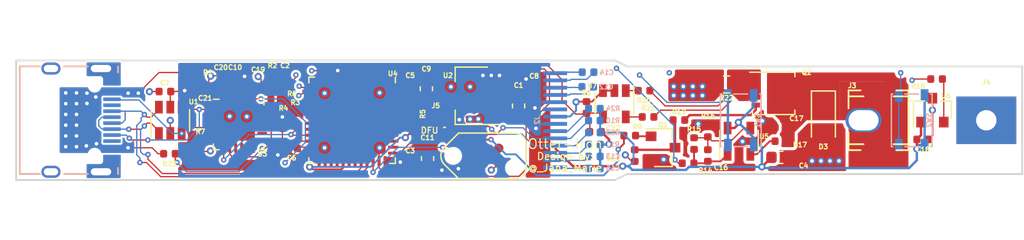
<source format=kicad_pcb>
(kicad_pcb (version 20211014) (generator pcbnew)
  (layers (0 "F.Cu" mixed) (1 "In1.Cu" power) (2 "In2.Cu" power) (31 "B.Cu" mixed) (34 "B.Paste" user) (35 "F.Paste" user) (36 "B.SilkS" user "B.Silkscreen") (37 "F.SilkS" user "F.Silkscreen") (38 "B.Mask" user) (39 "F.Mask" user) (44 "Edge.Cuts" user))
  (net 0 "")
  (net 1 "GND")
  (net 2 "OLED_SDA")
  (net 3 "VBUS")
  (net 4 "Net-(Q1-Pad3)")
  (net 5 "Net-(J2-Pad12)")
  (net 6 "OLED_SCL")
  (net 7 "Net-(Q1-Pad1)")
  (net 8 "INT_N")
  (net 9 "+3V3")
  (net 10 "SDA")
  (net 11 "SCL")
  (net 12 "CC2")
  (net 13 "CC1")
  (net 14 "/OUT")
  (net 15 "Net-(U4-Pad2)")
  (net 16 "Net-(U4-Pad3)")
  (net 17 "Net-(U4-Pad4)")
  (net 18 "Net-(U4-Pad5)")
  (net 19 "Net-(U4-Pad6)")
  (net 20 "nRST")
  (net 21 "Net-(U4-Pad18)")
  (net 22 "Net-(U4-Pad19)")
  (net 23 "Net-(U4-Pad20)")
  (net 24 "Net-(U4-Pad26)")
  (net 25 "Net-(U4-Pad27)")
  (net 26 "Net-(U4-Pad28)")
  (net 27 "Net-(U4-Pad30)")
  (net 28 "SWDIO")
  (net 29 "SWCLK")
  (net 30 "Net-(U4-Pad40)")
  (net 31 "Net-(U4-Pad41)")
  (net 32 "Net-(U4-Pad46)")
  (net 33 "Net-(C14-Pad2)")
  (net 34 "Net-(C14-Pad1)")
  (net 35 "Net-(C12-Pad1)")
  (net 36 "Net-(C12-Pad2)")
  (net 37 "Net-(J2-Pad6)")
  (net 38 "Net-(J2-Pad9)")
  (net 39 "Net-(C13-Pad1)")
  (net 40 "Net-(C15-Pad1)")
  (net 41 "Net-(R17-Pad2)")
  (net 42 "Net-(C16-Pad1)")
  (net 43 "Net-(C16-Pad2)")
  (net 44 "UIN")
  (net 45 "PWM")
  (net 46 "TTIP")
  (net 47 "TREF")
  (net 48 "Net-(R18-Pad2)")
  (net 49 "Net-(U4-Pad17)")
  (net 50 "Net-(Q2-Pad4)")
  (net 51 "Net-(SW2-Pad2)")
  (net 52 "Net-(U4-Pad38)")
  (net 53 "Net-(P1-Pad6)")
  (net 54 "USB_P")
  (net 55 "USB_N")
  (net 56 "Net-(J1-PadA8)")
  (net 57 "Net-(J1-PadB8)")
  (net 58 "Net-(U4-Pad31)")
  (net 59 "Net-(U4-Pad16)")
  (net 60 "Net-(C19-Pad2)")
  (net 61 "Net-(C20-Pad1)")
  (net 62 "Net-(R7-Pad2)")
  (net 63 "Net-(U3-Pad20)")
  (net 64 "Net-(U3-Pad17)")
  (net 65 "Net-(U3-Pad16)")
  (net 66 "Net-(U3-Pad15)")
  (net 67 "Net-(U3-Pad14)")
  (net 68 "Net-(U3-Pad11)")
  (net 69 "Net-(U3-Pad9)")
  (net 70 "Net-(U3-Pad3)")
  (net 71 "Net-(Q2-Pad1)")
  (net 72 "IIN")
  (net 73 "Net-(R20-Pad2)")
  (net 74 "Net-(R21-Pad1)")
  (net 75 "Net-(R23-Pad1)")
  (net 76 "Net-(U4-Pad45)")
  (net 77 "Net-(U4-Pad39)")
  (net 78 "Net-(J5-Pad1)")
  (net 79 "Net-(SW1-Pad2)")
  (footprint "Resistor_SMD:R_0402_1005Metric" (layer "F.Cu") (at 101.4 81.575 -90)
    (fp_text reference "R2")
    (fp_text value "100k")
  )
  (footprint "Resistor_SMD:R_0402_1005Metric" (layer "F.Cu") (at 131.65 87.955 90)
    (fp_text reference "R12")
    (fp_text value "2k37")
  )
  (footprint "Resistor_SMD:R_0402_1005Metric" (layer "F.Cu") (at 131.23 86.28)
    (fp_text reference "R9")
    (fp_text value "2k37")
  )
  (footprint "Resistor_SMD:R_0402_1005Metric" (layer "F.Cu") (at 101.755 83.21)
    (fp_text reference "R6")
    (fp_text value "2k37")
  )
  (footprint "Resistor_SMD:R_0402_1005Metric" (layer "F.Cu") (at 113.2 84.45 -90)
    (fp_text reference "R5")
    (fp_text value "2k37")
  )
  (footprint "Resistor_SMD:R_0402_1005Metric" (layer "F.Cu") (at 102.23 85.205 90)
    (fp_text reference "R4")
    (fp_text value "2k37")
  )
  (footprint "Resistor_SMD:R_0402_1005Metric" (layer "F.Cu") (at 94.65 81)
    (fp_text reference "R1")
    (fp_text value "560k")
  )
  (footprint "Resistor_SMD:R_0402_1005Metric" (layer "F.Cu") (at 103.31 84.71 90)
    (fp_text reference "R3")
    (fp_text value "2k37")
  )
  (footprint "Package_TO_SOT_SMD:SOT-89-3" (layer "F.Cu") (at 118.4335 82.95 180)
    (fp_text reference "U2")
    (fp_text value "AP2204R-3.3")
  )
  (footprint "Package_TO_SOT_SMD:SOT-23-6" (layer "F.Cu") (at 92.87 85 90)
    (fp_text reference "U1")
    (fp_text value "USBLC6-4SC6")
  )
  (footprint "Package_TO_SOT_SMD:SOT-23" (layer "F.Cu") (at 134.01 87.29)
    (fp_text reference "Q1")
    (fp_text value "SS8050")
  )
  (footprint "Package_DFN_QFN:QFN-48-1EP_7x7mm_P0.5mm_EP5.6x5.6mm" (layer "F.Cu") (at 108.05 85 -90)
    (fp_text reference "U4")
    (fp_text value "STM32F072CBUx")
  )
  (footprint "Diode_SMD:D_SOD-123F" (layer "F.Cu") (at 147.4 84.75 -90)
    (fp_text reference "D3")
    (fp_text value "B140-E3")
  )
  (footprint "Capacitor_SMD:C_0603_1608Metric" (layer "F.Cu") (at 121.95 83.8 90)
    (fp_text reference "C1")
    (fp_text value "1μF 25V")
  )
  (footprint "Capacitor_SMD:C_0603_1608Metric" (layer "F.Cu") (at 143.85 88.1)
    (fp_text reference "C4")
    (fp_text value "1μF 25V")
  )
  (footprint "Capacitor_SMD:C_0603_1608Metric" (layer "F.Cu") (at 114.35 88.2 -90)
    (fp_text reference "C11")
    (fp_text value "1μF 25V")
  )
  (footprint "Capacitor_SMD:C_0603_1608Metric" (layer "F.Cu") (at 114.25 82.3625 -90)
    (fp_text reference "C9")
    (fp_text value "1μF 25V")
  )
  (footprint "Capacitor_SMD:C_0402_1005Metric" (layer "F.Cu") (at 112.9 88.75 -90)
    (fp_text reference "C3")
    (fp_text value "0.1μF")
  )
  (footprint "Capacitor_SMD:C_0402_1005Metric" (layer "F.Cu") (at 98.14 81.755 90)
    (fp_text reference "C10")
    (fp_text value "0.1μF")
  )
  (footprint "Capacitor_SMD:C_0402_1005Metric" (layer "F.Cu") (at 123.25 82.55 -90)
    (fp_text reference "C8")
    (fp_text value "0.1μF")
  )
  (footprint "Capacitor_SMD:C_0402_1005Metric" (layer "F.Cu") (at 92.42 82.595 180)
    (fp_text reference "C7")
    (fp_text value "0.1μF")
  )
  (footprint "Capacitor_SMD:C_0402_1005Metric" (layer "F.Cu") (at 112.9 82.45 -90)
    (fp_text reference "C5")
    (fp_text value "0.1μF")
  )
  (footprint "Capacitor_SMD:C_0402_1005Metric" (layer "F.Cu") (at 102.45 81.575 -90)
    (fp_text reference "C2")
    (fp_text value "0.1μF")
  )
  (footprint "Tag-Connect:TC2030-NL_SMALL" (layer "F.Cu") (at 119.025 87.975)
    (fp_text reference "P1" hide)
    (fp_text value "TC2030-CTX" hide)
  )
  (footprint "Resistor_SMD:R_0402_1005Metric" (layer "F.Cu") (at 115.035 84.95)
    (fp_text reference "J5")
    (fp_text value "DNP")
  )
  (footprint "Capacitor_SMD:C_0402_1005Metric" (layer "F.Cu") (at 103 87.35)
    (fp_text reference "C6")
    (fp_text value "0.1μF")
  )
  (footprint "otter:Keystone_3621" (layer "F.Cu") (at 152 85)
    (fp_text reference "J3")
    (fp_text value "A")
  )
  (footprint "otter:3622TR" (layer "F.Cu") (at 161 85)
    (fp_text reference "J4")
    (fp_text value "B")
  )
  (footprint "Resistor_SMD:R_0402_1005Metric" (layer "F.Cu") (at 143.85 86.75 180)
    (fp_text reference "R17")
    (fp_text value "100k")
  )
  (footprint "Resistor_SMD:R_0402_1005Metric" (layer "F.Cu") (at 137.75 85.9 -90)
    (fp_text reference "R16")
    (fp_text value "2k37")
  )
  (footprint "Resistor_SMD:R_0402_1005Metric" (layer "F.Cu") (at 136.6 86.95 -90)
    (fp_text reference "R15")
    (fp_text value "750k")
  )
  (footprint "Resistor_SMD:R_0402_1005Metric" (layer "F.Cu") (at 136.1 88.6 180)
    (fp_text reference "R14")
    (fp_text value "2k37")
  )
  (footprint "Package_TO_SOT_SMD:SOT-23-5" (layer "F.Cu") (at 140.35 86.75 90)
    (fp_text reference "U5")
    (fp_text value "OPA340NA")
  )
  (footprint "Capacitor_SMD:C_0402_1005Metric" (layer "F.Cu") (at 143.85 85.6)
    (fp_text reference "C17")
    (fp_text value "DNP")
  )
  (footprint "Capacitor_SMD:C_0402_1005Metric" (layer "F.Cu") (at 137.75 87.95 -90)
    (fp_text reference "C16")
    (fp_text value "18p")
  )
  (footprint "Capacitor_SMD:C_0402_1005Metric" (layer "F.Cu") (at 155.685 86.6)
    (fp_text reference "C18")
    (fp_text value "0.1μF")
  )
  (footprint "Resistor_SMD:R_0402_1005Metric" (layer "F.Cu") (at 156.85 81.55)
    (fp_text reference "R18")
    (fp_text value "2k37")
  )
  (footprint "Package_TO_SOT_SMD:SOT-23" (layer "F.Cu") (at 156.5 84.15 90)
    (fp_text reference "U6")
    (fp_text value "MCP9700AT-ETT")
  )
  (footprint "Resistor_SMD:R_0402_1005Metric" (layer "F.Cu") (at 135.335 84.98)
    (fp_text reference "R19")
    (fp_text value "20")
  )
  (footprint "otter:Diodes_PowerDI3333-8" (layer "F.Cu") (at 143.25 82.75)
    (fp_text reference "Q2")
    (fp_text value "DMP3017SFG")
  )
  (footprint "Capacitor_SMD:C_0402_1005Metric" (layer "F.Cu") (at 97.15 81.755 90)
    (fp_text reference "C20")
    (fp_text value "1μF 25V")
  )
  (footprint "Capacitor_SMD:C_0402_1005Metric" (layer "F.Cu") (at 95.605 82.38 180)
    (fp_text reference "C21")
    (fp_text value "0.1μF")
  )
  (footprint "Resistor_SMD:R_0402_1005Metric" (layer "F.Cu") (at 95.4 87.125 90)
    (fp_text reference "R7")
    (fp_text value "2k37")
  )
  (footprint "Package_DFN_QFN:QFN-24-1EP_4x4mm_P0.5mm_EP2.7x2.7mm" (layer "F.Cu") (at 98.58 85.35)
    (fp_text reference "U3")
    (fp_text value "STUSB4500QTR")
  )
  (footprint "Capacitor_SMD:C_0402_1005Metric" (layer "F.Cu") (at 99.965 82.24 180)
    (fp_text reference "C19")
    (fp_text value "1μF 25V")
  )
  (footprint "Capacitor_SMD:C_0402_1005Metric" (layer "F.Cu") (at 128.37 85.96)
    (fp_text reference "C22")
    (fp_text value "0.1μF")
  )
  (footprint "Resistor_SMD:R_0402_1005Metric" (layer "F.Cu") (at 127.62 83.925 90)
    (fp_text reference "R8")
    (fp_text value "2k37")
  )
  (footprint "Resistor_SMD:R_0402_1005Metric" (layer "F.Cu") (at 132.425 82.52 180)
    (fp_text reference "R20")
    (fp_text value "33")
  )
  (footprint "Resistor_SMD:R_0402_1005Metric" (layer "F.Cu") (at 132.76 84.72)
    (fp_text reference "R21")
    (fp_text value "33")
  )
  (footprint "Resistor_SMD:R_0805_2012Metric" (layer "F.Cu") (at 139.3225 82)
    (fp_text reference "R22")
    (fp_text value "10m")
  )
  (footprint "Package_TO_SOT_SMD:SOT-23-5" (layer "F.Cu") (at 129.95 83.62 -90)
    (fp_text reference "U7")
    (fp_text value "SI8540")
  )
  (footprint "Resistor_SMD:R_0402_1005Metric" (layer "F.Cu") (at 92.8 87.8 180)
    (fp_text reference "R23")
    (fp_text value "2k37")
  )
  (footprint "Resistor_SMD:R_0402_1005Metric" (layer "B.Cu") (at 128.275 86.025)
    (fp_text reference "R13")
    (fp_text value "2k37")
  )
  (footprint "Resistor_SMD:R_0402_1005Metric" (layer "B.Cu") (at 128.275 87.025)
    (fp_text reference "R11")
    (fp_text value "560k")
  )
  (footprint "Resistor_SMD:R_0402_1005Metric" (layer "B.Cu") (at 128.275 85.025)
    (fp_text reference "R10")
    (fp_text value "2k37")
  )
  (footprint "Capacitor_SMD:C_0402_1005Metric" (layer "B.Cu") (at 128.275 89.025)
    (fp_text reference "C15")
    (fp_text value "1μF 25V")
  )
  (footprint "Capacitor_SMD:C_0402_1005Metric" (layer "B.Cu") (at 127.75 80.975 180)
    (fp_text reference "C14")
    (fp_text value "1μF 25V")
  )
  (footprint "Capacitor_SMD:C_0402_1005Metric" (layer "B.Cu") (at 127.725 82.2)
    (fp_text reference "C12")
    (fp_text value "1μF 25V")
  )
  (footprint "Button_Switch_SMD:SW_SPST_PTS810" (layer "B.Cu") (at 140.5 85 90)
    (fp_text reference "SW1")
    (fp_text value "key1")
  )
  (footprint "Button_Switch_SMD:SW_SPST_PTS810" (layer "B.Cu") (at 154.775 85 90)
    (fp_text reference "SW2")
    (fp_text value "key2")
  )
  (footprint "otter:0.69OLED" (layer "B.Cu") (at 125 85 -90)
    (fp_text reference "J2")
    (fp_text value "OLED_64x32")
  )
  (footprint "Capacitor_SMD:C_0402_1005Metric" (layer "B.Cu") (at 128.275 88.025)
    (fp_text reference "C13")
    (fp_text value "1μF 25V")
  )
  (footprint "otter:USB-C 16Pin" (layer "B.Cu") (at 88 84.99 90)
    (fp_text reference "J1" hide)
    (fp_text value "USB_C_Receptacle_USB2.0")
  )
  (footprint "Resistor_SMD:R_0402_1005Metric" (layer "B.Cu") (at 128.275 84.025)
    (fp_text reference "R24")
    (fp_text value "2k37")
  )
  (gr_line (start 130 80) (end 131 80.5) (layer "Edge.Cuts") (width 0.15))
  (gr_line (start 131 80.5) (end 164 80.5) (layer "Edge.Cuts") (width 0.15))
  (gr_line (start 80 80) (end 80 90) (layer "Edge.Cuts") (width 0.15))
  (gr_line (start 164 80.5) (end 164 89.5) (layer "Edge.Cuts") (width 0.15))
  (gr_line (start 130 90) (end 80 90) (layer "Edge.Cuts") (width 0.15))
  (gr_line (start 130 90) (end 131 89.5) (layer "Edge.Cuts") (width 0.15))
  (gr_line (start 131 89.5) (end 164 89.5) (layer "Edge.Cuts") (width 0.15))
  (gr_line (start 80 80) (end 130 80) (layer "Edge.Cuts") (width 0.15))
  (gr_text "Otter-Iron" (at 125.84 86.99) (layer "F.SilkS") (effects (font (size 0.8 0.8) (thickness 0.1))))
  (gr_text "Design by:\n@_Jana_Marie" (at 125.84 88.5) (layer "F.SilkS") (effects (font (size 0.6 0.6) (thickness 0.1))))
  (gr_text "DFU ^" (at 114.85 85.85) (layer "F.SilkS") (effects (font (size 0.5 0.5) (thickness 0.1))))
  (segment (start 127.62 83.44) (end 128.08 83.44) (width 0.154) (layer "F.Cu") (net 1))
  (segment (start 115.98 82.95) (end 117.1 82.95) (width 0.106) (layer "F.Cu") (net 1))
  (segment (start 107.3 81.5625) (end 107.3 84.25) (width 0.106) (layer "F.Cu") (net 1))
  (segment (start 114.1025 89.235) (end 114.35 88.9875) (width 0.106) (layer "F.Cu") (net 1))
  (segment (start 100.45 82.24) (end 100.45 81.58) (width 0.106) (layer "F.Cu") (net 1))
  (segment (start 156.504168 83.95) (end 156.504168 83.154168) (width 0.154) (layer "F.Cu") (net 1))
  (segment (start 156.17 86.6) (end 156.504168 86.265832) (width 0.154) (layer "F.Cu") (net 1))
  (segment (start 121.9875 83.05) (end 121.95 83.0125) (width 0.106) (layer "F.Cu") (net 1))
  (segment (start 115.8 83.13) (end 115.98 82.95) (width 0.106) (layer "F.Cu") (net 1))
  (segment (start 128.08 83.44) (end 129 82.52) (width 0.154) (layer "F.Cu") (net 1))
  (segment (start 96.09 82.38) (end 96.09 81.46) (width 0.106) (layer "F.Cu") (net 1))
  (segment (start 103.485 87.35) (end 103.585 87.25) (width 0.106) (layer "F.Cu") (net 1))
  (segment (start 110.3 87.25) (end 108.05 85) (width 0.106) (layer "F.Cu") (net 1))
  (segment (start 104.6125 87.25) (end 105.8 87.25) (width 0.106) (layer "F.Cu") (net 1))
  (segment (start 156.504168 83.95) (end 156.504168 84.15) (width 0.154) (layer "F.Cu") (net 1))
  (segment (start 156.504168 86.265832) (end 156.504168 84.15) (width 0.154) (layer "F.Cu") (net 1))
  (segment (start 110.3 82.75) (end 111.4875 82.75) (width 0.106) (layer "F.Cu") (net 1))
  (segment (start 98.14 81.27) (end 97.15 81.27) (width 0.106) (layer "F.Cu") (net 1))
  (segment (start 134.02 88.24) (end 134.06 88.28) (width 0.106) (layer "F.Cu") (net 1))
  (segment (start 87.085 89.31) (end 87.085 89.105) (width 0.106) (layer "F.Cu") (net 1))
  (segment (start 129.5 87) (end 129.5 86.605) (width 0.2) (layer "F.Cu") (net 1))
  (segment (start 112.9 89.235) (end 114.1025 89.235) (width 0.106) (layer "F.Cu") (net 1))
  (segment (start 96.28 81.27) (end 96.24 81.31) (width 0.106) (layer "F.Cu") (net 1))
  (segment (start 113.2 83.235) (end 112.9 82.935) (width 0.106) (layer "F.Cu") (net 1))
  (segment (start 110.3 88.975) (end 110.56 89.235) (width 0.106) (layer "F.Cu") (net 1))
  (segment (start 105.8 87.25) (end 108.05 85) (width 0.106) (layer "F.Cu") (net 1))
  (segment (start 100.5425 86.6) (end 99.83 86.6) (width 0.106) (layer "F.Cu") (net 1))
  (segment (start 156.504168 83.154168) (end 156.5 83.15) (width 0.154) (layer "F.Cu") (net 1))
  (segment (start 110.3 88.4375) (end 110.3 87.25) (width 0.106) (layer "F.Cu") (net 1))
  (segment (start 100.45 81.58) (end 100.21 81.34) (width 0.106) (layer "F.Cu") (net 1))
  (segment (start 97.15 81.27) (end 96.28 81.27) (width 0.106) (layer "F.Cu") (net 1))
  (segment (start 99.83 86.6) (end 98.58 85.35) (width 0.106) (layer "F.Cu") (net 1))
  (segment (start 100.45 82.24) (end 101.22 82.24) (width 0.106) (layer "F.Cu") (net 1))
  (segment (start 98.83 85.6) (end 98.58 85.35) (width 0.106) (layer "F.Cu") (net 1))
  (segment (start 108.05 85) (end 110.3 82.75) (width 0.106) (layer "F.Cu") (net 1))
  (segment (start 91.935 82.595) (end 91.13849 82.595) (width 0.106) (layer "F.Cu") (net 1))
  (segment (start 91.13849 82.595) (end 91.129245 82.604245) (width 0.106) (layer "F.Cu") (net 1))
  (segment (start 133.01 88.24) (end 134.02 88.24) (width 0.106) (layer "F.Cu") (net 1))
  (segment (start 92.87 86.1) (end 92.87 85.01) (width 0.106) (layer "F.Cu") (net 1))
  (segment (start 113.2 83.965) (end 113.2 83.235) (width 0.106) (layer "F.Cu") (net 1))
  (segment (start 129.5 86.605) (end 128.855 85.96) (width 0.2) (layer "F.Cu") (net 1))
  (segment (start 95.4 87.61) (end 96.17 87.61) (width 0.106) (layer "F.Cu") (net 1))
  (segment (start 99.83 87.3125) (end 99.83 86.6) (width 0.106) (layer "F.Cu") (net 1))
  (segment (start 107.3 84.25) (end 108.05 85) (width 0.106) (layer "F.Cu") (net 1))
  (segment (start 126.780002 83.44) (end 126.75 83.470002) (width 0.154) (layer "F.Cu") (net 1))
  (segment (start 96.09 81.46) (end 96.24 81.31) (width 0.106) (layer "F.Cu") (net 1))
  (segment (start 119.745991 89.159009) (end 119.669245 89.159009) (width 0.106) (layer "F.Cu") (net 1))
  (segment (start 110.56 89.235) (end 112.48 89.235) (width 0.106) (layer "F.Cu") (net 1))
  (segment (start 96.17 87.61) (end 96.22 87.56) (width 0.106) (layer "F.Cu") (net 1))
  (segment (start 112.48 89.235) (end 112.9 89.235) (width 0.106) (layer "F.Cu") (net 1))
  (segment (start 103.585 87.25) (end 104.6125 87.25) (width 0.106) (layer "F.Cu") (net 1))
  (segment (start 129.95 82.52) (end 129 82.52) (width 0.154) (layer "F.Cu") (net 1))
  (segment (start 110.3 88.4375) (end 110.3 88.975) (width 0.106) (layer "F.Cu") (net 1))
  (segment (start 120.295 88.61) (end 119.745991 89.159009) (width 0.106) (layer "F.Cu") (net 1))
  (segment (start 98.83 87.3125) (end 98.83 85.6) (width 0.106) (layer "F.Cu") (net 1))
  (segment (start 102.45 82.06) (end 101.4 82.06) (width 0.106) (layer "F.Cu") (net 1))
  (segment (start 127.62 83.44) (end 126.780002 83.44) (width 0.154) (layer "F.Cu") (net 1))
  (segment (start 123.3 83.05) (end 121.9875 83.05) (width 0.106) (layer "F.Cu") (net 1))
  (segment (start 101.22 82.24) (end 101.4 82.06) (width 0.106) (layer "F.Cu") (net 1))
  (via (at 147.95 88.4) (size 0.6) (drill 0.3) (layers "F.Cu" "B.Cu") (net 1))
  (via (at 110.35 82.7) (size 0.6) (drill 0.3) (layers "F.Cu" "B.Cu") (net 1))
  (via (at 129.5 87) (size 0.6) (drill 0.3) (layers "F.Cu" "B.Cu") (net 1))
  (via (at 140.65 86.775) (size 0.6) (drill 0.3) (layers "F.Cu" "B.Cu") (net 1))
  (via (at 96.24 81.31) (size 0.6) (drill 0.3) (layers "F.Cu" "B.Cu") (net 1))
  (via (at 92.87 85.01) (size 0.6) (drill 0.3) (layers "F.Cu" "B.Cu") (net 1))
  (via (at 110.35 87.3) (size 0.6) (drill 0.3) (layers "F.Cu" "B.Cu") (net 1))
  (via (at 119.669245 89.159009) (size 0.6) (drill 0.3) (layers "F.Cu" "B.Cu") (net 1))
  (via (at 147.2 88.4) (size 0.6) (drill 0.3) (layers "F.Cu" "B.Cu") (net 1))
  (via (at 117.9 82.2) (size 0.6) (drill 0.3) (layers "F.Cu" "B.Cu") (net 1))
  (via (at 134.06 88.28) (size 0.6) (drill 0.3) (layers "F.Cu" "B.Cu") (net 1))
  (via (at 96.22 87.56) (size 0.6) (drill 0.3) (layers "F.Cu" "B.Cu") (net 1))
  (via (at 105.75 87.3) (size 0.6) (drill 0.3) (layers "F.Cu" "B.Cu") (net 1))
  (via (at 136.95 85.3) (size 0.6) (drill 0.3) (layers "F.Cu" "B.Cu") (net 1))
  (via (at 142.3 85.05) (size 0.6) (drill 0.3) (layers "F.Cu" "B.Cu") (net 1))
  (via (at 116.3 82.2) (size 0.6) (drill 0.3) (layers "F.Cu" "B.Cu") (net 1))
  (via (at 99.26 84.69) (size 0.6) (drill 0.3) (layers "F.Cu" "B.Cu") (net 1))
  (via (at 105.755086 82.73101) (size 0.6) (drill 0.3) (layers "F.Cu" "B.Cu") (net 1))
  (via (at 97.83 84.67) (size 0.6) (drill 0.3) (layers "F.Cu" "B.Cu") (net 1))
  (via (at 91.129245 82.604245) (size 0.6) (drill 0.3) (layers "F.Cu" "B.Cu") (net 1))
  (via (at 148.7 88.4) (size 0.6) (drill 0.3) (layers "F.Cu" "B.Cu") (net 1))
  (via (at 100.21 81.34) (size 0.6) (drill 0.3) (layers "F.Cu" "B.Cu") (net 1))
  (via (at 156.504168 84.15) (size 0.6) (drill 0.3) (layers "F.Cu" "B.Cu") (net 1))
  (via (at 126.75 83.470002) (size 0.6) (drill 0.3) (layers "F.Cu" "B.Cu") (net 1))
  (via (at 146.45 88.4) (size 0.6) (drill 0.3) (layers "F.Cu" "B.Cu") (net 1))
  (segment (start 129.475 87.025) (end 129.5 87) (width 0.2) (layer "B.Cu") (net 1))
  (segment (start 128.76 87.025) (end 129.475 87.025) (width 0.2) (layer "B.Cu") (net 1))
  (segment (start 126.75 84.18) (end 126.75 83.964976) (width 0.154) (layer "B.Cu") (net 1))
  (segment (start 125 84.68) (end 126.25 84.68) (width 0.154) (layer "B.Cu") (net 1))
  (segment (start 128.76 89.025) (end 128.76 87.025) (width 0.2) (layer "B.Cu") (net 1))
  (segment (start 126.75 83.964976) (end 126.75 83.470002) (width 0.154) (layer "B.Cu") (net 1))
  (segment (start 126.25 84.68) (end 126.75 84.18) (width 0.154) (layer "B.Cu") (net 1))
  (segment (start 111.4875 84.75) (end 112.025 84.75) (width 0.106) (layer "F.Cu") (net 2))
  (segment (start 119.475001 85.525001) (end 119.7 85.75) (width 0.106) (layer "F.Cu") (net 2))
  (segment (start 112.8 85.525) (end 119.475001 85.525001) (width 0.106) (layer "F.Cu") (net 2))
  (segment (start 112.025 84.75) (end 112.8 85.525) (width 0.106) (layer "F.Cu") (net 2))
  (via (at 119.7 85.75) (size 0.45) (drill 0.2) (layers "F.Cu" "B.Cu") (net 2))
  (segment (start 119.7 85.75) (end 120.106001 86.156001) (width 0.106) (layer "B.Cu") (net 2))
  (segment (start 123.2 87.125) (end 126.69 87.125) (width 0.106) (layer "B.Cu") (net 2))
  (segment (start 120.106001 86.156001) (end 122.231001 86.156001) (width 0.106) (layer "B.Cu") (net 2))
  (segment (start 126.69 87.125) (end 127.79 86.025) (width 0.106) (layer "B.Cu") (net 2))
  (segment (start 122.231001 86.156001) (end 123.2 87.125) (width 0.106) (layer "B.Cu") (net 2))
  (segment (start 138.59 83.8) (end 134.19 83.8) (width 0.106) (layer "F.Cu") (net 3))
  (segment (start 139.01 83.38) (end 138.59 83.8) (width 0.106) (layer "F.Cu") (net 3))
  (segment (start 91.93344 81) (end 90.500344 82.433096) (width 0.106) (layer "F.Cu") (net 3))
  (segment (start 97.33 83.3875) (end 96.1275 83.3875) (width 0.106) (layer "F.Cu") (net 3))
  (segment (start 96.1275 83.3875) (end 95.12 82.38) (width 0.106) (layer "F.Cu") (net 3))
  (segment (start 94.165 81) (end 91.93344 81) (width 0.106) (layer "F.Cu") (net 3))
  (segment (start 94.165 81.425) (end 95.12 82.38) (width 0.106) (layer "F.Cu") (net 3))
  (segment (start 139.01 82.625) (end 139.01 83.38) (width 0.106) (layer "F.Cu") (net 3))
  (segment (start 131.65 88.44) (end 131.4 88.44) (width 0.106) (layer "F.Cu") (net 3))
  (segment (start 131.4 88.44) (end 130.86 87.9) (width 0.106) (layer "F.Cu") (net 3))
  (segment (start 92.315 87.8) (end 91.85 87.8) (width 0.106) (layer "F.Cu") (net 3))
  (segment (start 135.805 83.035979) (end 135.7 82.930979) (width 0.106) (layer "F.Cu") (net 3))
  (segment (start 94.165 81) (end 94.165 81.425) (width 0.106) (layer "F.Cu") (net 3))
  (segment (start 91.35 87.3) (end 89.34 87.3) (width 0.106) (layer "F.Cu") (net 3))
  (segment (start 91.85 87.8) (end 91.35 87.3) (width 0.106) (layer "F.Cu") (net 3))
  (segment (start 90.500344 82.433096) (end 90.200345 82.733095) (width 0.106) (layer "F.Cu") (net 3))
  (segment (start 134.19 83.8) (end 132.91 82.52) (width 0.106) (layer "F.Cu") (net 3))
  (segment (start 138.385 82) (end 139.01 82.625) (width 0.106) (layer "F.Cu") (net 3))
  (via (at 85.04 82.71) (size 0.6) (drill 0.3) (layers "F.Cu" "B.Cu") (net 3))
  (via (at 84.14 83.61) (size 0.6) (drill 0.3) (layers "F.Cu" "B.Cu") (net 3))
  (via (at 85.04 83.61) (size 0.6) (drill 0.3) (layers "F.Cu" "B.Cu") (net 3))
  (via (at 84.14 84.51) (size 0.6) (drill 0.3) (layers "F.Cu" "B.Cu") (net 3))
  (via (at 85.04 84.51) (size 0.6) (drill 0.3) (layers "F.Cu" "B.Cu") (net 3))
  (via (at 84.14 85.41) (size 0.6) (drill 0.3) (layers "F.Cu" "B.Cu") (net 3))
  (via (at 85.04 85.41) (size 0.6) (drill 0.3) (layers "F.Cu" "B.Cu") (net 3))
  (via (at 84.14 86.31) (size 0.6) (drill 0.3) (layers "F.Cu" "B.Cu") (net 3))
  (via (at 85.04 86.31) (size 0.6) (drill 0.3) (layers "F.Cu" "B.Cu") (net 3))
  (via (at 84.14 87.21) (size 0.6) (drill 0.3) (layers "F.Cu" "B.Cu") (net 3))
  (via (at 85.04 87.21) (size 0.6) (drill 0.3) (layers "F.Cu" "B.Cu") (net 3))
  (via (at 117.9 84.9) (size 0.6) (drill 0.3) (layers "F.Cu" "B.Cu") (net 3))
  (via (at 84.14 82.71) (size 0.6) (drill 0.3) (layers "F.Cu" "B.Cu") (net 3))
  (via (at 137.3 82.930979) (size 0.6) (drill 0.3) (layers "F.Cu" "B.Cu") (net 3))
  (via (at 134.9 82.930979) (size 0.6) (drill 0.3) (layers "F.Cu" "B.Cu") (net 3))
  (via (at 134.9 82.17) (size 0.6) (drill 0.3) (layers "F.Cu" "B.Cu") (net 3))
  (via (at 135.7 82.17) (size 0.6) (drill 0.3) (layers "F.Cu" "B.Cu") (net 3))
  (via (at 130.86 87.9) (size 0.6) (drill 0.3) (layers "F.Cu" "B.Cu") (net 3))
  (via (at 85.91 83.59) (size 0.6) (drill 0.3) (layers "F.Cu" "B.Cu") (net 3))
  (via (at 85.91 82.73) (size 0.6) (drill 0.3) (layers "F.Cu" "B.Cu") (net 3))
  (via (at 86.65 83.05) (size 0.6) (drill 0.3) (layers "F.Cu" "B.Cu") (net 3))
  (via (at 136.5 82.17) (size 0.6) (drill 0.3) (layers "F.Cu" "B.Cu") (net 3))
  (via (at 137.3 82.17) (size 0.6) (drill 0.3) (layers "F.Cu" "B.Cu") (net 3))
  (via (at 89.35 82.73299) (size 0.6) (drill 0.3) (layers "F.Cu" "B.Cu") (net 3))
  (via (at 89.34 87.3) (size 0.6) (drill 0.3) (layers "F.Cu" "B.Cu") (net 3))
  (via (at 136.5 82.930979) (size 0.6) (drill 0.3) (layers "F.Cu" "B.Cu") (net 3))
  (via (at 85.86 87.14) (size 0.6) (drill 0.3) (layers "F.Cu" "B.Cu") (net 3))
  (via (at 86.71 86.96) (size 0.6) (drill 0.3) (layers "F.Cu" "B.Cu") (net 3))
  (via (at 135.7 82.930979) (size 0.6) (drill 0.3) (layers "F.Cu" "B.Cu") (net 3))
  (via (at 118.586802 84.887682) (size 0.6) (drill 0.3) (layers "F.Cu" "B.Cu") (net 3))
  (via (at 90.200345 82.733095) (size 0.6) (drill 0.3) (layers "F.Cu" "B.Cu") (net 3))
  (segment (start 135.01 87.29) (end 135.01 85.14) (width 0.2) (layer "F.Cu") (net 4))
  (segment (start 135.01 85.14) (end 134.85 84.98) (width 0.2) (layer "F.Cu") (net 4))
  (segment (start 131.65 87.47) (end 134.83 87.47) (width 0.2) (layer "F.Cu") (net 4))
  (segment (start 134.83 87.47) (end 135.01 87.29) (width 0.2) (layer "F.Cu") (net 4))
  (segment (start 127.065 87.75) (end 127.79 87.025) (width 0.106) (layer "B.Cu") (net 5))
  (segment (start 125.13 87.75) (end 127.065 87.75) (width 0.106) (layer "B.Cu") (net 5))
  (segment (start 112.025 85.25) (end 112.638978 85.863978) (width 0.106) (layer "F.Cu") (net 6))
  (segment (start 120.425001 85.849999) (end 120.65 85.625) (width 0.106) (layer "F.Cu") (net 6))
  (segment (start 119.174614 85.863978) (end 119.492638 86.182002) (width 0.106) (layer "F.Cu") (net 6))
  (segment (start 111.4875 85.25) (end 112.025 85.25) (width 0.106) (layer "F.Cu") (net 6))
  (segment (start 120.092998 86.182002) (end 120.425001 85.849999) (width 0.106) (layer "F.Cu") (net 6))
  (segment (start 119.492638 86.182002) (end 120.092998 86.182002) (width 0.106) (layer "F.Cu") (net 6))
  (segment (start 112.638978 85.863978) (end 119.174614 85.863978) (width 0.106) (layer "F.Cu") (net 6))
  (via (at 120.65 85.625) (size 0.45) (drill 0.2) (layers "F.Cu" "B.Cu") (net 6))
  (segment (start 126.29 86.525) (end 127.79 85.025) (width 0.106) (layer "B.Cu") (net 6))
  (segment (start 123.225 86.525) (end 126.29 86.525) (width 0.106) (layer "B.Cu") (net 6))
  (segment (start 120.65 85.625) (end 122.325 85.625) (width 0.106) (layer "B.Cu") (net 6))
  (segment (start 122.325 85.625) (end 123.225 86.525) (width 0.106) (layer "B.Cu") (net 6))
  (segment (start 131.775 86.34) (end 131.715 86.28) (width 0.154) (layer "F.Cu") (net 7))
  (segment (start 133.01 86.34) (end 131.775 86.34) (width 0.154) (layer "F.Cu") (net 7))
  (segment (start 100.6 83.21) (end 100.44 83.21) (width 0.106) (layer "F.Cu") (net 8))
  (segment (start 100.0075 83.21) (end 99.83 83.3875) (width 0.106) (layer "F.Cu") (net 8))
  (segment (start 104.860895 88.4375) (end 104.748396 88.325001) (width 0.106) (layer "F.Cu") (net 8))
  (segment (start 102.674997 88.325001) (end 102.449998 88.55) (width 0.106) (layer "F.Cu") (net 8))
  (segment (start 100.44 83.21) (end 100.0075 83.21) (width 0.106) (layer "F.Cu") (net 8))
  (segment (start 104.748396 88.325001) (end 102.674997 88.325001) (width 0.106) (layer "F.Cu") (net 8))
  (segment (start 101.27 83.21) (end 100.6 83.21) (width 0.106) (layer "F.Cu") (net 8))
  (segment (start 105.3 88.4375) (end 104.860895 88.4375) (width 0.106) (layer "F.Cu") (net 8))
  (via (at 102.449998 88.55) (size 0.45) (drill 0.2) (layers "F.Cu" "B.Cu") (net 8))
  (via (at 100.44 83.21) (size 0.45) (drill 0.2) (layers "F.Cu" "B.Cu") (net 8))
  (segment (start 100.44 83.21) (end 102.26 83.21) (width 0.106) (layer "B.Cu") (net 8))
  (segment (start 104.15 86.849998) (end 102.749997 88.250001) (width 0.106) (layer "B.Cu") (net 8))
  (segment (start 102.749997 88.250001) (end 102.449998 88.55) (width 0.106) (layer "B.Cu") (net 8))
  (segment (start 104.15 85.1) (end 104.15 86.849998) (width 0.106) (layer "B.Cu") (net 8))
  (segment (start 102.26 83.21) (end 104.15 85.1) (width 0.106) (layer "B.Cu") (net 8))
  (segment (start 126.490002 88.840002) (end 130.145026 88.840002) (width 0.2) (layer "F.Cu") (net 9))
  (segment (start 117.365 88.61) (end 116.925 89.05) (width 0.2) (layer "F.Cu") (net 9))
  (segment (start 92.87 83.9) (end 92.87 82.63) (width 0.106) (layer "F.Cu") (net 9))
  (segment (start 115.52 84.95) (end 117 84.95) (width 0.106) (layer "F.Cu") (net 9))
  (segment (start 124.05 86.4) (end 126.490002 88.840002) (width 0.2) (layer "F.Cu") (net 9))
  (segment (start 117.755 88.61) (end 117.365 88.61) (width 0.2) (layer "F.Cu") (net 9))
  (segment (start 92.87 82.63) (end 92.905 82.595) (width 0.106) (layer "F.Cu") (net 9))
  (segment (start 98.33 83.3875) (end 98.33 82.63) (width 0.2) (layer "F.Cu") (net 9))
  (segment (start 116.8 89.175) (end 116.925 89.05) (width 0.2) (layer "F.Cu") (net 9))
  (segment (start 93.3 82.595) (end 93.315 82.58) (width 0.106) (layer "F.Cu") (net 9))
  (segment (start 120.47 81.45) (end 120.87 81.85) (width 0.106) (layer "F.Cu") (net 9))
  (segment (start 115.55 89.175) (end 116.8 89.175) (width 0.2) (layer "F.Cu") (net 9))
  (segment (start 119.9135 81.45) (end 120.47 81.45) (width 0.106) (layer "F.Cu") (net 9))
  (segment (start 98.33 82.63) (end 98.33 82.43) (width 0.106) (layer "F.Cu") (net 9))
  (segment (start 130.630026 88.65) (end 130.630026 88.830028) (width 0.2) (layer "F.Cu") (net 9))
  (segment (start 140.3 85.325) (end 140.3 85.17401) (width 0.2) (layer "F.Cu") (net 9))
  (segment (start 116.37 84.95) (end 117 84.95) (width 0.106) (layer "F.Cu") (net 9))
  (segment (start 106.8 81.5625) (end 106.8 80.887052) (width 0.2) (layer "F.Cu") (net 9))
  (segment (start 93.315 82.58) (end 94.22 82.58) (width 0.106) (layer "F.Cu") (net 9))
  (segment (start 111.4875 82.25) (end 110.8 81.5625) (width 0.106) (layer "F.Cu") (net 9))
  (segment (start 104.075 87.75) (end 103.925 87.9) (width 0.2) (layer "F.Cu") (net 9))
  (segment (start 122.080026 81.713473) (end 122.575 81.713473) (width 0.106) (layer "F.Cu") (net 9))
  (segment (start 142.2625 88.9) (end 143.0625 88.1) (width 0.2) (layer "F.Cu") (net 9))
  (segment (start 139.4 85.65) (end 139.975 85.65) (width 0.2) (layer "F.Cu") (net 9))
  (segment (start 92.905 82.595) (end 93.3 82.595) (width 0.106) (layer "F.Cu") (net 9))
  (segment (start 155.55 85.15) (end 155.55 86.25) (width 0.2) (layer "F.Cu") (net 9))
  (segment (start 130.145026 88.840002) (end 130.64 88.840002) (width 0.2) (layer "F.Cu") (net 9))
  (segment (start 120.87 81.85) (end 121.943499 81.85) (width 0.106) (layer "F.Cu") (net 9))
  (segment (start 104.6125 87.75) (end 104.075 87.75) (width 0.2) (layer "F.Cu") (net 9))
  (segment (start 121.943499 81.85) (end 122.080026 81.713473) (width 0.106) (layer "F.Cu") (net 9))
  (segment (start 155.2 86.6) (end 155.2 87.4) (width 0.2) (layer "F.Cu") (net 9))
  (segment (start 102.27426 87.9) (end 101.849996 87.9) (width 0.106) (layer "F.Cu") (net 9))
  (segment (start 130.630026 88.830028) (end 130.64 88.840002) (width 0.2) (layer "F.Cu") (net 9))
  (segment (start 106.8 80.887052) (end 106.85 80.837052) (width 0.2) (layer "F.Cu") (net 9))
  (segment (start 103.925 87.9) (end 102.27426 87.9) (width 0.106) (layer "F.Cu") (net 9))
  (segment (start 155.55 86.25) (end 155.2 86.6) (width 0.2) (layer "F.Cu") (net 9))
  (segment (start 98.33 82.43) (end 98.14 82.24) (width 0.106) (layer "F.Cu") (net 9))
  (segment (start 139.975 85.65) (end 140.3 85.325) (width 0.2) (layer "F.Cu") (net 9))
  (via (at 94.07 82.52) (size 0.6) (drill 0.3) (layers "F.Cu" "B.Cu") (net 9))
  (via (at 99.07 81.33) (size 0.6) (drill 0.3) (layers "F.Cu" "B.Cu") (net 9))
  (via (at 130.64 88.840002) (size 0.6) (drill 0.3) (layers "F.Cu" "B.Cu") (net 9))
  (via (at 142.2625 88.9) (size 0.6) (drill 0.3) (layers "F.Cu" "B.Cu") (net 9))
  (via (at 118.970626 81.24899) (size 0.6) (drill 0.3) (layers "F.Cu" "B.Cu") (net 9))
  (via (at 112.075 88.5) (size 0.6) (drill 0.3) (layers "F.Cu" "B.Cu") (net 9))
  (via (at 123.4 85.675) (size 0.6) (drill 0.3) (layers "F.Cu" "B.Cu") (net 9))
  (via (at 106.85 80.837052) (size 0.6) (drill 0.3) (layers "F.Cu" "B.Cu") (net 9))
  (via (at 122.575 81.55) (size 0.6) (drill 0.3) (layers "F.Cu" "B.Cu") (net 9))
  (via (at 115.55 89.175) (size 0.6) (drill 0.3) (layers "F.Cu" "B.Cu") (net 9))
  (via (at 119.671581 81.24899) (size 0.6) (drill 0.3) (layers "F.Cu" "B.Cu") (net 9))
  (via (at 101.849996 87.9) (size 0.6) (drill 0.3) (layers "F.Cu" "B.Cu") (net 9))
  (via (at 116.925 89.05) (size 0.6) (drill 0.3) (layers "F.Cu" "B.Cu") (net 9))
  (via (at 102.23 84.719998) (size 0.6) (drill 0.3) (layers "F.Cu" "B.Cu") (net 9))
  (via (at 123.314163 83.964163) (size 0.6) (drill 0.3) (layers "F.Cu" "B.Cu") (net 9))
  (via (at 117 84.95) (size 0.6) (drill 0.3) (layers "F.Cu" "B.Cu") (net 9))
  (via (at 120.355931 81.24899) (size 0.6) (drill 0.3) (layers "F.Cu" "B.Cu") (net 9))
  (via (at 140.3 85.17401) (size 0.6) (drill 0.3) (layers "F.Cu" "B.Cu") (net 9))
  (via (at 155.2 87.4) (size 0.6) (drill 0.3) (layers "F.Cu" "B.Cu") (net 9))
  (segment (start 128.76 85.025) (end 128.76 84.025) (width 0.154) (layer "B.Cu") (net 9))
  (segment (start 140.3 85.17401) (end 141.575 86.44901) (width 0.2) (layer "B.Cu") (net 9))
  (segment (start 128.76 86.025) (end 130.575 86.025) (width 0.154) (layer "B.Cu") (net 9))
  (segment (start 155.2 88.35) (end 154.55 89) (width 0.2) (layer "B.Cu") (net 9))
  (segment (start 123.63 85.32) (end 123.625 85.325) (width 0.106) (layer "B.Cu") (net 9))
  (segment (start 131.440962 89.14599) (end 131.197486 88.902514) (width 0.2) (layer "B.Cu") (net 9))
  (segment (start 155.25 87.196) (end 155.25 87.35) (width 0.2) (layer "B.Cu") (net 9))
  (segment (start 125 85.32) (end 123.755 85.32) (width 0.2) (layer "B.Cu") (net 9))
  (segment (start 141.575 83.89901) (end 140.3 85.17401) (width 0.2) (layer "B.Cu") (net 9))
  (segment (start 136.17193 88.9) (end 135.92594 89.14599) (width 0.2) (layer "B.Cu") (net 9))
  (segment (start 131.55 87) (end 131.55 88.45) (width 0.154) (layer "B.Cu") (net 9))
  (segment (start 125.05 83.475) (end 123.425 83.475) (width 0.2) (layer "B.Cu") (net 9))
  (segment (start 155.371 87.075) (end 155.25 87.196) (width 0.2) (layer "B.Cu") (net 9))
  (segment (start 141.575 86.44901) (end 141.575 87.075) (width 0.2) (layer "B.Cu") (net 9))
  (segment (start 125 85.32) (end 123.63 85.32) (width 0.106) (layer "B.Cu") (net 9))
  (segment (start 128.76 86.025) (end 128.76 85.025) (width 0.154) (layer "B.Cu") (net 9))
  (segment (start 123.755 85.32) (end 123.4 85.675) (width 0.2) (layer "B.Cu") (net 9))
  (segment (start 142.35 89) (end 142.25 88.9) (width 0.2) (layer "B.Cu") (net 9))
  (segment (start 142.2625 87.2375) (end 142.1 87.075) (width 0.2) (layer "B.Cu") (net 9))
  (segment (start 155.25 87.35) (end 155.2 87.3) (width 0.2) (layer "B.Cu") (net 9))
  (segment (start 131.134974 88.840002) (end 130.64 88.840002) (width 0.2) (layer "B.Cu") (net 9))
  (segment (start 155.85 87.075) (end 155.371 87.075) (width 0.2) (layer "B.Cu") (net 9))
  (segment (start 155.85 87.075) (end 155.85 86.396) (width 0.2) (layer "B.Cu") (net 9))
  (segment (start 142.2625 88.9) (end 142.2625 87.2375) (width 0.2) (layer "B.Cu") (net 9))
  (segment (start 123.425 83.475) (end 123.35 83.55) (width 0.2) (layer "B.Cu") (net 9))
  (segment (start 142.1 87.075) (end 141.575 87.075) (width 0.2) (layer "B.Cu") (net 9))
  (segment (start 142.2625 88.9) (end 136.17193 88.9) (width 0.2) (layer "B.Cu") (net 9))
  (segment (start 155.85 86.396) (end 155.85 82.925) (width 0.2) (layer "B.Cu") (net 9))
  (segment (start 154.55 89) (end 142.35 89) (width 0.2) (layer "B.Cu") (net 9))
  (segment (start 141.575 82.925) (end 141.575 83.89901) (width 0.2) (layer "B.Cu") (net 9))
  (segment (start 131.55 88.45) (end 131.15 88.85) (width 0.154) (layer "B.Cu") (net 9))
  (segment (start 135.92594 89.14599) (end 131.440962 89.14599) (width 0.2) (layer "B.Cu") (net 9))
  (segment (start 131.197486 88.902514) (end 131.134974 88.840002) (width 0.2) (layer "B.Cu") (net 9))
  (segment (start 130.575 86.025) (end 131.55 87) (width 0.154) (layer "B.Cu") (net 9))
  (segment (start 155.2 87.4) (end 155.2 88.35) (width 0.2) (layer "B.Cu") (net 9))
  (segment (start 102.580071 86.75) (end 102.632051 86.75) (width 0.106) (layer "F.Cu") (net 10))
  (segment (start 102.05 86.75) (end 101.053038 87.746962) (width 0.106) (layer "F.Cu") (net 10))
  (segment (start 102.35 86.75) (end 102.23 86.63) (width 0.106) (layer "F.Cu") (net 10))
  (segment (start 104.6125 86.75) (end 102.632051 86.75) (width 0.106) (layer "F.Cu") (net 10))
  (segment (start 101.053038 87.746962) (end 101.046962 87.746962) (width 0.106) (layer "F.Cu") (net 10))
  (segment (start 98.065 88.06) (end 100.733924 88.06) (width 0.106) (layer "F.Cu") (net 10))
  (segment (start 102.23 86.63) (end 102.23 85.69) (width 0.106) (layer "F.Cu") (net 10))
  (segment (start 100.733924 88.06) (end 101.046962 87.746962) (width 0.106) (layer "F.Cu") (net 10))
  (segment (start 102.580071 86.75) (end 102.35 86.75) (width 0.106) (layer "F.Cu") (net 10))
  (segment (start 97.83 87.3125) (end 97.83 87.825) (width 0.106) (layer "F.Cu") (net 10))
  (segment (start 97.83 87.825) (end 98.065 88.06) (width 0.106) (layer "F.Cu") (net 10))
  (segment (start 101.046962 87.746962) (end 101.154002 87.639922) (width 0.106) (layer "F.Cu") (net 10))
  (segment (start 102.35 86.75) (end 102.05 86.75) (width 0.106) (layer "F.Cu") (net 10))
  (segment (start 104.6125 86.25) (end 103.000187 86.25) (width 0.106) (layer "F.Cu") (net 11))
  (segment (start 103.000187 86.25) (end 102.946177 86.19599) (width 0.106) (layer "F.Cu") (net 11))
  (segment (start 97.33 87.3125) (end 97.33 88.32) (width 0.106) (layer "F.Cu") (net 11))
  (segment (start 102.946177 86.19599) (end 103.31 85.832167) (width 0.106) (layer "F.Cu") (net 11))
  (segment (start 103.31 85.832167) (end 103.31 85.195) (width 0.106) (layer "F.Cu") (net 11))
  (via (at 102.946177 86.19599) (size 0.45) (drill 0.2) (layers "F.Cu" "B.Cu") (net 11))
  (via (at 97.33 88.32) (size 0.45) (drill 0.2) (layers "F.Cu" "B.Cu") (net 11))
  (segment (start 97.33 88.32) (end 99.45401 86.19599) (width 0.106) (layer "B.Cu") (net 11))
  (segment (start 99.45401 86.19599) (end 102.946177 86.19599) (width 0.106) (layer "B.Cu") (net 11))
  (segment (start 94.31 85.61) (end 93.82 86.1) (width 0.106) (layer "F.Cu") (net 12))
  (segment (start 96.6175 85.61) (end 94.31 85.61) (width 0.106) (layer "F.Cu") (net 12))
  (segment (start 93.82 86.1) (end 93.82 86.53) (width 0.106) (layer "F.Cu") (net 12))
  (segment (start 96.6175 85.6) (end 96.6175 86.1) (width 0.106) (layer "F.Cu") (net 12))
  (via (at 93.82 86.1) (size 0.45) (drill 0.2) (layers "F.Cu" "B.Cu") (net 12))
  (segment (start 93.82 86.1) (end 93.05 86.1) (width 0.106) (layer "B.Cu") (net 12))
  (segment (start 90.25 83.3) (end 88.06 83.3) (width 0.106) (layer "B.Cu") (net 12))
  (segment (start 93.05 86.1) (end 90.25 83.3) (width 0.106) (layer "B.Cu") (net 12))
  (segment (start 88.06 83.3) (end 88 83.24) (width 0.106) (layer "B.Cu") (net 12))
  (segment (start 96.6175 84.6) (end 96.6175 84.1) (width 0.106) (layer "F.Cu") (net 13))
  (segment (start 91 86.65) (end 89.6 86.65) (width 0.106) (layer "F.Cu") (net 13))
  (segment (start 95.29 84.09) (end 94.01 84.09) (width 0.106) (layer "F.Cu") (net 13))
  (segment (start 94.01 84.09) (end 93.82 83.9) (width 0.106) (layer "F.Cu") (net 13))
  (segment (start 96.6175 84.11) (end 96.5975 84.09) (width 0.106) (layer "F.Cu") (net 13))
  (segment (start 96.5975 84.09) (end 95.29 84.09) (width 0.106) (layer "F.Cu") (net 13))
  (segment (start 89.6 86.65) (end 89.45 86.5) (width 0.106) (layer "F.Cu") (net 13))
  (via (at 91 86.65) (size 0.45) (drill 0.2) (layers "F.Cu" "B.Cu") (net 13))
  (via (at 95.29 84.09) (size 0.45) (drill 0.2) (layers "F.Cu" "B.Cu") (net 13))
  (via (at 89.45 86.5) (size 0.45) (drill 0.2) (layers "F.Cu" "B.Cu") (net 13))
  (segment (start 94.25 86.65) (end 91 86.65) (width 0.106) (layer "B.Cu") (net 13))
  (segment (start 95.29 84.09) (end 95.29 85.61) (width 0.106) (layer "B.Cu") (net 13))
  (segment (start 89.19 86.24) (end 89.45 86.5) (width 0.106) (layer "B.Cu") (net 13))
  (segment (start 88 86.24) (end 89.19 86.24) (width 0.106) (layer "B.Cu") (net 13))
  (segment (start 95.29 85.61) (end 94.25 86.65) (width 0.106) (layer "B.Cu") (net 13))
  (segment (start 119.315761 89.690761) (end 121.984239 89.690761) (width 0.106) (layer "F.Cu") (net 20))
  (segment (start 121.984239 89.690761) (end 122.575 89.1) (width 0.106) (layer "F.Cu") (net 20))
  (segment (start 108.125 80.7) (end 107.8 81.025) (width 0.106) (layer "F.Cu") (net 20))
  (segment (start 122.575 89.1) (end 122.575 85.525) (width 0.106) (layer "F.Cu") (net 20))
  (segment (start 124.53 83.57) (end 124.53 81.145592) (width 0.106) (layer "F.Cu") (net 20))
  (segment (start 119.025 88.61) (end 119.2 88.785) (width 0.106) (layer "F.Cu") (net 20))
  (segment (start 124.53 81.145592) (end 124.084408 80.7) (width 0.106) (layer "F.Cu") (net 20))
  (segment (start 119.2 88.785) (end 119 88.985) (width 0.106) (layer "F.Cu") (net 20))
  (segment (start 119 88.985) (end 119 89.375) (width 0.106) (layer "F.Cu") (net 20))
  (segment (start 107.8 81.025) (end 107.8 81.5625) (width 0.106) (layer "F.Cu") (net 20))
  (segment (start 119 89.375) (end 119.315761 89.690761) (width 0.106) (layer "F.Cu") (net 20))
  (segment (start 122.575 85.525) (end 124.53 83.57) (width 0.106) (layer "F.Cu") (net 20))
  (segment (start 124.084408 80.7) (end 108.125 80.7) (width 0.106) (layer "F.Cu") (net 20))
  (segment (start 115.73 87.17) (end 115.635979 87.264021) (width 0.106) (layer "F.Cu") (net 28))
  (segment (start 117.36 87.17) (end 115.73 87.17) (width 0.106) (layer "F.Cu") (net 28))
  (segment (start 109.8 89.35) (end 109.8 88.4375) (width 0.106) (layer "F.Cu") (net 28))
  (segment (start 117.755 87.34) (end 117.53 87.34) (width 0.106) (layer "F.Cu") (net 28))
  (segment (start 117.53 87.34) (end 117.36 87.17) (width 0.106) (layer "F.Cu") (net 28))
  (segment (start 115.635979 87.264021) (end 115.6 87.264021) (width 0.106) (layer "F.Cu") (net 28))
  (via (at 109.8 89.35) (size 0.45) (drill 0.2) (layers "F.Cu" "B.Cu") (net 28))
  (via (at 115.6 87.264021) (size 0.45) (drill 0.2) (layers "F.Cu" "B.Cu") (net 28))
  (segment (start 109.8 89.35) (end 111.885979 87.264021) (width 0.106) (layer "B.Cu") (net 28))
  (segment (start 111.885979 87.264021) (end 115.175736 87.264021) (width 0.106) (layer "B.Cu") (net 28))
  (segment (start 115.175736 87.264021) (end 115.6 87.264021) (width 0.106) (layer "B.Cu") (net 28))
  (segment (start 112.025 87.75) (end 111.4875 87.75) (width 0.106) (layer "F.Cu") (net 29))
  (segment (start 113.295 86.48) (end 112.025 87.75) (width 0.106) (layer "F.Cu") (net 29))
  (segment (start 118.165 86.48) (end 113.295 86.48) (width 0.106) (layer "F.Cu") (net 29))
  (segment (start 119.025 87.34) (end 118.165 86.48) (width 0.106) (layer "F.Cu") (net 29))
  (segment (start 125.075 80.975) (end 127.265 80.975) (width 0.106) (layer "B.Cu") (net 33))
  (segment (start 125 81.05) (end 125.075 80.975) (width 0.106) (layer "B.Cu") (net 33))
  (segment (start 126.34401 81.57401) (end 127.63599 81.57401) (width 0.106) (layer "B.Cu") (net 34))
  (segment (start 127.63599 81.57401) (end 127.900832 81.309168) (width 0.106) (layer "B.Cu") (net 34))
  (segment (start 126.26802 81.65) (end 126.34401 81.57401) (width 0.106) (layer "B.Cu") (net 34))
  (segment (start 127.900832 81.309168) (end 128.235 80.975) (width 0.106) (layer "B.Cu") (net 34))
  (segment (start 125 81.65) (end 126.26802 81.65) (width 0.106) (layer "B.Cu") (net 34))
  (segment (start 125 82.25) (end 127.19 82.25) (width 0.106) (layer "B.Cu") (net 35))
  (segment (start 124.95 82.3) (end 125 82.25) (width 0.106) (layer "B.Cu") (net 35))
  (segment (start 127.19 82.25) (end 127.24 82.2) (width 0.106) (layer "B.Cu") (net 35))
  (segment (start 128.21 82.2) (end 127.61099 82.79901) (width 0.106) (layer "B.Cu") (net 36))
  (segment (start 126.28901 82.79901) (end 126.21302 82.875) (width 0.106) (layer "B.Cu") (net 36))
  (segment (start 126.21302 82.875) (end 125 82.875) (width 0.106) (layer "B.Cu") (net 36))
  (segment (start 127.61099 82.79901) (end 126.28901 82.79901) (width 0.106) (layer "B.Cu") (net 36))
  (segment (start 125 85.909224) (end 126.065776 85.909224) (width 0.106) (layer "B.Cu") (net 38))
  (segment (start 126.065776 85.909224) (end 127.79 84.185) (width 0.106) (layer "B.Cu") (net 38))
  (segment (start 127.79 84.185) (end 127.79 84.025) (width 0.106) (layer "B.Cu") (net 38))
  (segment (start 127.465 88.35) (end 127.79 88.025) (width 0.106) (layer "B.Cu") (net 39))
  (segment (start 125 88.35) (end 127.465 88.35) (width 0.106) (layer "B.Cu") (net 39))
  (segment (start 125 88.95) (end 125.075 89.025) (width 0.106) (layer "B.Cu") (net 40))
  (segment (start 125.075 89.025) (end 127.79 89.025) (width 0.106) (layer "B.Cu") (net 40))
  (segment (start 142.925 86.75) (end 142.97 86.75) (width 0.154) (layer "F.Cu") (net 41))
  (segment (start 141.3 87.85) (end 141.825 87.85) (width 0.154) (layer "F.Cu") (net 41))
  (segment (start 142.97 86.75) (end 143.365 86.75) (width 0.154) (layer "F.Cu") (net 41))
  (segment (start 141.825 87.85) (end 142.925 86.75) (width 0.154) (layer "F.Cu") (net 41))
  (segment (start 137.75 87.465) (end 137.75 86.385) (width 0.106) (layer "F.Cu") (net 42))
  (segment (start 138.084168 86.719168) (end 139.705832 86.719168) (width 0.106) (layer "F.Cu") (net 42))
  (segment (start 140.775 85.65) (end 141.3 85.65) (width 0.106) (layer "F.Cu") (net 42))
  (segment (start 136.6 86.465) (end 137.67 86.465) (width 0.106) (layer "F.Cu") (net 42))
  (segment (start 139.705832 86.719168) (end 140.775 85.65) (width 0.106) (layer "F.Cu") (net 42))
  (segment (start 137.75 86.385) (end 138.084168 86.719168) (width 0.106) (layer "F.Cu") (net 42))
  (segment (start 137.67 86.465) (end 137.75 86.385) (width 0.106) (layer "F.Cu") (net 42))
  (segment (start 136.6 88.585) (end 136.585 88.6) (width 0.154) (layer "F.Cu") (net 43))
  (segment (start 137.75 88.435) (end 138.815 88.435) (width 0.154) (layer "F.Cu") (net 43))
  (segment (start 137.585 88.6) (end 137.75 88.435) (width 0.154) (layer "F.Cu") (net 43))
  (segment (start 138.815 88.435) (end 139.4 87.85) (width 0.154) (layer "F.Cu") (net 43))
  (segment (start 136.6 87.435) (end 136.6 88.585) (width 0.154) (layer "F.Cu") (net 43))
  (segment (start 136.585 88.6) (end 137.585 88.6) (width 0.154) (layer "F.Cu") (net 43))
  (segment (start 102.45 81.09) (end 103.061001 80.478999) (width 0.106) (layer "F.Cu") (net 44))
  (segment (start 100.765 80.99) (end 100.865 81.09) (width 0.106) (layer "F.Cu") (net 44))
  (segment (start 95.135 81) (end 95.479168 80.655832) (width 0.106) (layer "F.Cu") (net 44))
  (segment (start 104.001001 81.075119) (end 104.488382 81.5625) (width 0.106) (layer "F.Cu") (net 44))
  (segment (start 101.4 81.09) (end 102.45 81.09) (width 0.106) (layer "F.Cu") (net 44))
  (segment (start 104.001001 80.755119) (end 104.001001 81.075119) (width 0.106) (layer "F.Cu") (net 44))
  (segment (start 105.075 81.5625) (end 105.3 81.5625) (width 0.106) (layer "F.Cu") (net 44))
  (segment (start 100.865 81.09) (end 101.4 81.09) (width 0.106) (layer "F.Cu") (net 44))
  (segment (start 100.430832 80.655832) (end 100.765 80.99) (width 0.106) (layer "F.Cu") (net 44))
  (segment (start 103.061001 80.478999) (end 103.724881 80.478999) (width 0.106) (layer "F.Cu") (net 44))
  (segment (start 104.488382 81.5625) (end 105.075 81.5625) (width 0.106) (layer "F.Cu") (net 44))
  (segment (start 103.724881 80.478999) (end 104.001001 80.755119) (width 0.106) (layer "F.Cu") (net 44))
  (segment (start 95.479168 80.655832) (end 100.430832 80.655832) (width 0.106) (layer "F.Cu") (net 44))
  (segment (start 104.60601 89.10601) (end 104.5 89) (width 0.154) (layer "F.Cu") (net 45))
  (segment (start 119.204012 86.614012) (end 119.331802 86.614012) (width 0.154) (layer "F.Cu") (net 45))
  (segment (start 112.5 86.45) (end 112.799999 86.150001) (width 0.154) (layer "F.Cu") (net 45))
  (segment (start 107.3 88.975) (end 107.16899 89.10601) (width 0.154) (layer "F.Cu") (net 45))
  (segment (start 130.745 86.28) (end 130.745 86.955499) (width 0.154) (layer "F.Cu") (net 45))
  (segment (start 118.740001 86.150001) (end 119.204012 86.614012) (width 0.154) (layer "F.Cu") (net 45))
  (segment (start 104.5 89) (end 104.5 88.900961) (width 0.154) (layer "F.Cu") (net 45))
  (segment (start 112.799999 86.150001) (end 118.740001 86.150001) (width 0.154) (layer "F.Cu") (net 45))
  (segment (start 107.3 88.4375) (end 107.3 88.975) (width 0.154) (layer "F.Cu") (net 45))
  (segment (start 119.331802 86.614012) (end 119.65 86.614012) (width 0.154) (layer "F.Cu") (net 45))
  (segment (start 130.745 86.955499) (end 130.26999 87.430509) (width 0.154) (layer "F.Cu") (net 45))
  (segment (start 107.16899 89.10601) (end 104.60601 89.10601) (width 0.154) (layer "F.Cu") (net 45))
  (via (at 112.5 86.45) (size 0.6) (drill 0.3) (layers "F.Cu" "B.Cu") (net 45))
  (via (at 130.26999 87.430509) (size 0.45) (drill 0.2) (layers "F.Cu" "B.Cu") (net 45))
  (via (at 119.65 86.614012) (size 0.45) (drill 0.2) (layers "F.Cu" "B.Cu") (net 45))
  (via (at 104.5 88.900961) (size 0.6) (drill 0.3) (layers "F.Cu" "B.Cu") (net 45))
  (segment (start 104.5 88.900961) (end 109.599039 88.900961) (width 0.154) (layer "B.Cu") (net 45))
  (segment (start 130.26999 87.430509) (end 130.26999 88.390126) (width 0.154) (layer "B.Cu") (net 45))
  (segment (start 129.049106 89.61101) (end 123.476128 89.61101) (width 0.154) (layer "B.Cu") (net 45))
  (segment (start 130.26999 88.390126) (end 129.049106 89.61101) (width 0.154) (layer "B.Cu") (net 45))
  (segment (start 112 86.5) (end 111.75 86.75) (width 0.154) (layer "B.Cu") (net 45))
  (segment (start 112.5 86.45) (end 112.05 86.45) (width 0.154) (layer "B.Cu") (net 45))
  (segment (start 109.599039 88.900961) (end 111.75 86.75) (width 0.154) (layer "B.Cu") (net 45))
  (segment (start 123.476128 89.61101) (end 121.715118 87.85) (width 0.154) (layer "B.Cu") (net 45))
  (segment (start 111.75 86.75) (end 111.9 86.6) (width 0.154) (layer "B.Cu") (net 45))
  (segment (start 120.885988 87.85) (end 119.874999 86.839011) (width 0.154) (layer "B.Cu") (net 45))
  (segment (start 112.05 86.45) (end 112 86.5) (width 0.154) (layer "B.Cu") (net 45))
  (segment (start 119.874999 86.839011) (end 119.65 86.614012) (width 0.154) (layer "B.Cu") (net 45))
  (segment (start 121.715118 87.85) (end 120.885988 87.85) (width 0.154) (layer "B.Cu") (net 45))
  (segment (start 135.615 88.6) (end 135.300002 88.6) (width 0.106) (layer "F.Cu") (net 46))
  (segment (start 105.8 81.025) (end 105.625 80.85) (width 0.106) (layer "F.Cu") (net 46))
  (segment (start 130.153152 80.653152) (end 130.123424 80.653152) (width 0.106) (layer "F.Cu") (net 46))
  (segment (start 105.104264 80.85) (end 104.68 80.85) (width 0.106) (layer "F.Cu") (net 46))
  (segment (start 105.8 81.5625) (end 105.8 81.025) (width 0.106) (layer "F.Cu") (net 46))
  (segment (start 135.300002 88.6) (end 135.010002 88.31) (width 0.106) (layer "F.Cu") (net 46))
  (segment (start 105.625 80.85) (end 105.104264 80.85) (width 0.106) (layer "F.Cu") (net 46))
  (via (at 130.123424 80.653152) (size 0.45) (drill 0.2) (layers "F.Cu" "B.Cu") (net 46))
  (via (at 135.010002 88.31) (size 0.45) (drill 0.2) (layers "F.Cu" "B.Cu") (net 46))
  (via (at 104.68 80.85) (size 0.45) (drill 0.2) (layers "F.Cu" "B.Cu") (net 46))
  (segment (start 134.91 85.439728) (end 134.91 88.209998) (width 0.106) (layer "B.Cu") (net 46))
  (segment (start 134.91 88.209998) (end 135.010002 88.31) (width 0.106) (layer "B.Cu") (net 46))
  (segment (start 130.123424 80.653152) (end 134.91 85.439728) (width 0.106) (layer "B.Cu") (net 46))
  (segment (start 103.95 83.25) (end 103.8 83.4) (width 0.106) (layer "F.Cu") (net 47))
  (segment (start 103.36 81.41) (end 103.36 81.21) (width 0.106) (layer "F.Cu") (net 47))
  (segment (start 104.6125 83.25) (end 103.95 83.25) (width 0.106) (layer "F.Cu") (net 47))
  (segment (start 103.8 83.4) (end 103.27 83.4) (width 0.106) (layer "F.Cu") (net 47))
  (segment (start 154.9 81.55) (end 154.8 81.65) (width 0.106) (layer "F.Cu") (net 47))
  (segment (start 103.029186 83.159186) (end 103.029186 81.740814) (width 0.106) (layer "F.Cu") (net 47))
  (segment (start 103.029186 81.740814) (end 103.36 81.41) (width 0.106) (layer "F.Cu") (net 47))
  (segment (start 156.365 81.55) (end 154.9 81.55) (width 0.106) (layer "F.Cu") (net 47))
  (segment (start 103.27 83.4) (end 103.029186 83.159186) (width 0.106) (layer "F.Cu") (net 47))
  (via (at 103.36 81.21) (size 0.45) (drill 0.2) (layers "F.Cu" "B.Cu") (net 47))
  (via (at 154.8 81.65) (size 0.45) (drill 0.2) (layers "F.Cu" "B.Cu") (net 47))
  (segment (start 157.45 85.15) (end 157.45 81.665) (width 0.106) (layer "F.Cu") (net 48))
  (segment (start 157.45 81.665) (end 157.335 81.55) (width 0.106) (layer "F.Cu") (net 48))
  (segment (start 141.75 84.135) (end 141.315 84.57) (width 0.2) (layer "F.Cu") (net 50))
  (segment (start 136.23 84.57) (end 135.82 84.98) (width 0.2) (layer "F.Cu") (net 50))
  (segment (start 141.315 84.57) (end 136.23 84.57) (width 0.2) (layer "F.Cu") (net 50))
  (segment (start 141.75 83.725) (end 141.75 84.135) (width 0.2) (layer "F.Cu") (net 50))
  (segment (start 104.6125 82.75) (end 103.9 82.75) (width 0.106) (layer "F.Cu") (net 51))
  (segment (start 103.714209 82.935791) (end 103.596593 82.935791) (width 0.106) (layer "F.Cu") (net 51))
  (segment (start 103.9 82.75) (end 103.714209 82.935791) (width 0.106) (layer "F.Cu") (net 51))
  (via (at 134.534782 81.02901) (size 0.45) (drill 0.2) (layers "F.Cu" "B.Cu") (net 51))
  (via (at 103.596593 82.935791) (size 0.45) (drill 0.2) (layers "F.Cu" "B.Cu") (net 51))
  (via (at 153.85 81.029) (size 0.45) (drill 0.2) (layers "F.Cu" "B.Cu") (net 51))
  (segment (start 153.7 87.075) (end 153.7 86.396) (width 0.106) (layer "B.Cu") (net 51))
  (segment (start 153.85 81.029) (end 153.85 82.775) (width 0.106) (layer "B.Cu") (net 51))
  (segment (start 153.85 82.775) (end 153.7 82.925) (width 0.106) (layer "B.Cu") (net 51))
  (segment (start 153.7 86.396) (end 153.7 82.925) (width 0.106) (layer "B.Cu") (net 51))
  (segment (start 91.92 84.105) (end 91.92 83.9) (width 0.106) (layer "F.Cu") (net 54))
  (segment (start 90.334124 88.535876) (end 90.885876 88.535876) (width 0.106) (layer "F.Cu") (net 54))
  (segment (start 108.55701 89.71799) (end 109.3 88.975) (width 0.106) (layer "F.Cu") (net 54))
  (segment (start 90.925 84.74) (end 90.71 84.525) (width 0.106) (layer "F.Cu") (net 54))
  (segment (start 91 84.74) (end 90.925 84.74) (width 0.106) (layer "F.Cu") (net 54))
  (segment (start 109.3 88.975) (end 109.3 88.4375) (width 0.106) (layer "F.Cu") (net 54))
  (segment (start 91 84.74) (end 91.285 84.74) (width 0.106) (layer "F.Cu") (net 54))
  (segment (start 91.285 84.74) (end 91.92 84.105) (width 0.106) (layer "F.Cu") (net 54))
  (segment (start 90.885876 88.535876) (end 92.06799 89.71799) (width 0.106) (layer "F.Cu") (net 54))
  (segment (start 92.06799 89.71799) (end 108.55701 89.71799) (width 0.106) (layer "F.Cu") (net 54))
  (via (at 90.71 84.525) (size 0.45) (drill 0.2) (layers "F.Cu" "B.Cu") (net 54))
  (via (at 90.334124 88.535876) (size 0.45) (drill 0.2) (layers "F.Cu" "B.Cu") (net 54))
  (segment (start 89.1 84.25) (end 89.09 84.24) (width 0.106) (layer "B.Cu") (net 54))
  (segment (start 89.1 84.971) (end 89.1 84.509) (width 0.106) (layer "B.Cu") (net 54))
  (segment (start 88.831 85.24) (end 89.1 84.971) (width 0.106) (layer "B.Cu") (net 54))
  (segment (start 88.831 84.24) (end 88 84.24) (width 0.106) (layer "B.Cu") (net 54))
  (segment (start 90.437 85.063) (end 90.07 85.43) (width 0.106) (layer "B.Cu") (net 54))
  (segment (start 90.07 85.43) (end 90.07 87.885672) (width 0.106) (layer "B.Cu") (net 54))
  (segment (start 89.1 84.509) (end 89.1 84.25) (width 0.106) (layer "B.Cu") (net 54))
  (segment (start 90.07 87.885672) (end 90.334124 88.149796) (width 0.106) (layer "B.Cu") (net 54))
  (segment (start 90.425 84.24) (end 89.36 84.24) (width 0.106) (layer "B.Cu") (net 54))
  (segment (start 89.36 84.24) (end 89.09 84.24) (width 0.106) (layer "B.Cu") (net 54))
  (segment (start 89.1 84.509) (end 89.1 84.5) (width 0.106) (layer "B.Cu") (net 54))
  (segment (start 89.09 84.24) (end 88 84.24) (width 0.106) (layer "B.Cu") (net 54))
  (segment (start 90.71 84.525) (end 90.437 84.798) (width 0.106) (layer "B.Cu") (net 54))
  (segment (start 90.437 84.798) (end 90.437 85.063) (width 0.106) (layer "B.Cu") (net 54))
  (segment (start 88 85.24) (end 88.831 85.24) (width 0.106) (layer "B.Cu") (net 54))
  (segment (start 90.71 84.525) (end 90.425 84.24) (width 0.106) (layer "B.Cu") (net 54))
  (segment (start 90.334124 88.149796) (end 90.334124 88.535876) (width 0.106) (layer "B.Cu") (net 54))
  (segment (start 108.317021 89.457979) (end 108.8 88.975) (width 0.106) (layer "F.Cu") (net 55))
  (segment (start 91.005876 88.255876) (end 92.207979 89.457979) (width 0.106) (layer "F.Cu") (net 55))
  (segment (start 90.945 85.24) (end 90.71 85.475) (width 0.106) (layer "F.Cu") (net 55))
  (segment (start 89.4 85.75) (end 90.435 85.75) (width 0.106) (layer "F.Cu") (net 55))
  (segment (start 91.265 85.24) (end 91.92 85.895) (width 0.106) (layer "F.Cu") (net 55))
  (segment (start 91.06 85.24) (end 91.265 85.24) (width 0.106) (layer "F.Cu") (net 55))
  (segment (start 91.005876 87.864124) (end 91.005876 88.255876) (width 0.106) (layer "F.Cu") (net 55))
  (segment (start 108.8 88.975) (end 108.8 88.4375) (width 0.106) (layer "F.Cu") (net 55))
  (segment (start 92.207979 89.457979) (end 108.317021 89.457979) (width 0.106) (layer "F.Cu") (net 55))
  (segment (start 91.06 85.24) (end 90.945 85.24) (width 0.106) (layer "F.Cu") (net 55))
  (segment (start 91.92 85.895) (end 91.92 86.1) (width 0.106) (layer "F.Cu") (net 55))
  (segment (start 90.435 85.75) (end 90.71 85.475) (width 0.106) (layer "F.Cu") (net 55))
  (via (at 91.005876 87.864124) (size 0.45) (drill 0.2) (layers "F.Cu" "B.Cu") (net 55))
  (via (at 90.71 85.475) (size 0.45) (drill 0.2) (layers "F.Cu" "B.Cu") (net 55))
  (via (at 89.4 85.75) (size 0.45) (drill 0.2) (layers "F.Cu" "B.Cu") (net 55))
  (segment (start 88 85.74) (end 87.169 85.74) (width 0.106) (layer "B.Cu") (net 55))
  (segment (start 89.39 85.74) (end 89.4 85.75) (width 0.106) (layer "B.Cu") (net 55))
  (segment (start 90.619796 87.864124) (end 91.005876 87.864124) (width 0.106) (layer "B.Cu") (net 55))
  (segment (start 87.169 84.74) (end 88 84.74) (width 0.106) (layer "B.Cu") (net 55))
  (segment (start 90.39 85.795) (end 90.39 87.634328) (width 0.106) (layer "B.Cu") (net 55))
  (segment (start 87.169 85.74) (end 86.9 85.471) (width 0.106) (layer "B.Cu") (net 55))
  (segment (start 90.39 87.634328) (end 90.619796 87.864124) (width 0.106) (layer "B.Cu") (net 55))
  (segment (start 86.9 85.471) (end 86.9 85.009) (width 0.106) (layer "B.Cu") (net 55))
  (segment (start 90.71 85.475) (end 90.39 85.795) (width 0.106) (layer "B.Cu") (net 55))
  (segment (start 86.9 85.009) (end 87.169 84.74) (width 0.106) (layer "B.Cu") (net 55))
  (segment (start 88 85.74) (end 89.39 85.74) (width 0.106) (layer "B.Cu") (net 55))
  (segment (start 98.83 83.3875) (end 98.83 82.89) (width 0.106) (layer "F.Cu") (net 60))
  (segment (start 98.83 82.89) (end 99.48 82.24) (width 0.106) (layer "F.Cu") (net 60))
  (segment (start 97.83 82.92) (end 97.15 82.24) (width 0.106) (layer "F.Cu") (net 61))
  (segment (start 97.83 83.3875) (end 97.83 82.92) (width 0.106) (layer "F.Cu") (net 61))
  (segment (start 95.4 86.64) (end 96.5775 86.64) (width 0.106) (layer "F.Cu") (net 62))
  (segment (start 96.5775 86.64) (end 96.6175 86.6) (width 0.106) (layer "F.Cu") (net 62))
  (segment (start 139.64 82.62) (end 140.26 82) (width 0.106) (layer "F.Cu") (net 71))
  (segment (start 133.579168 84.385832) (end 133.245 84.72) (width 0.106) (layer "F.Cu") (net 71))
  (segment (start 139.64 83.42) (end 139.64 82.62) (width 0.106) (layer "F.Cu") (net 71))
  (segment (start 138.905989 84.154011) (end 133.810989 84.154011) (width 0.106) (layer "F.Cu") (net 71))
  (segment (start 139.64 83.42) (end 138.905989 84.154011) (width 0.106) (layer "F.Cu") (net 71))
  (segment (start 133.810989 84.154011) (end 133.579168 84.385832) (width 0.106) (layer "F.Cu") (net 71))
  (segment (start 106.3 81.5625) (end 106.3 81.025) (width 0.106) (layer "F.Cu") (net 72))
  (segment (start 106.595119 80.306051) (end 106.58117 80.32) (width 0.106) (layer "F.Cu") (net 72))
  (segment (start 106.318999 81.006001) (end 106.318999 80.582171) (width 0.106) (layer "F.Cu") (net 72))
  (segment (start 126.72 84.48) (end 125.58 83.34) (width 0.106) (layer "F.Cu") (net 72))
  (segment (start 127.55 84.48) (end 126.72 84.48) (width 0.106) (layer "F.Cu") (net 72))
  (segment (start 124.29 80.32) (end 122.77 80.32) (width 0.106) (layer "F.Cu") (net 72))
  (segment (start 107.84 80.32) (end 107.11883 80.32) (width 0.106) (layer "F.Cu") (net 72))
  (segment (start 127.9 85.3) (end 127.62 85.02) (width 0.106) (layer "F.Cu") (net 72))
  (segment (start 125.58 83.34) (end 125.58 81.61) (width 0.106) (layer "F.Cu") (net 72))
  (segment (start 127.885 85.96) (end 127.9 85.945) (width 0.106) (layer "F.Cu") (net 72))
  (segment (start 106.3 81.025) (end 106.318999 81.006001) (width 0.106) (layer "F.Cu") (net 72))
  (segment (start 127.9 85.945) (end 127.9 85.3) (width 0.106) (layer "F.Cu") (net 72))
  (segment (start 125.58 81.61) (end 124.29 80.32) (width 0.106) (layer "F.Cu") (net 72))
  (segment (start 106.318999 80.582171) (end 106.595119 80.306051) (width 0.106) (layer "F.Cu") (net 72))
  (segment (start 107.104881 80.306051) (end 106.595119 80.306051) (width 0.106) (layer "F.Cu") (net 72))
  (segment (start 107.11883 80.32) (end 107.104881 80.306051) (width 0.106) (layer "F.Cu") (net 72))
  (segment (start 127.63 84.4) (end 127.62 84.41) (width 0.106) (layer "F.Cu") (net 72))
  (segment (start 128.68 84.4) (end 127.63 84.4) (width 0.106) (layer "F.Cu") (net 72))
  (segment (start 122.77 80.32) (end 122.76 80.33) (width 0.106) (layer "F.Cu") (net 72))
  (segment (start 129 84.72) (end 128.68 84.4) (width 0.106) (layer "F.Cu") (net 72))
  (segment (start 127.62 84.41) (end 127.55 84.48) (width 0.106) (layer "F.Cu") (net 72))
  (segment (start 127.62 85.02) (end 127.62 84.41) (width 0.106) (layer "F.Cu") (net 72))
  (segment (start 122.77 80.32) (end 107.84 80.32) (width 0.106) (layer "F.Cu") (net 72))
  (segment (start 131.94 82.52) (end 130.9 82.52) (width 0.106) (layer "F.Cu") (net 73))
  (segment (start 132.275 84.72) (end 130.92 84.72) (width 0.106) (layer "F.Cu") (net 74))
  (segment (start 100.5425 84.1) (end 101 84.1) (width 0.106) (layer "F.Cu") (net 75))
  (segment (start 101 84.1) (end 101.3 84.4) (width 0.106) (layer "F.Cu") (net 75))
  (segment (start 93.285 87.8) (end 93.285 88.385) (width 0.106) (layer "F.Cu") (net 75))
  (segment (start 93.285 88.385) (end 93.425 88.525) (width 0.106) (layer "F.Cu") (net 75))
  (segment (start 100.8 87.35) (end 100.55 87.35) (width 0.106) (layer "F.Cu") (net 75))
  (segment (start 101.3 86.85) (end 100.8 87.35) (width 0.106) (layer "F.Cu") (net 75))
  (segment (start 101.3 84.4) (end 101.3 86.85) (width 0.106) (layer "F.Cu") (net 75))
  (via (at 100.55 87.35) (size 0.45) (drill 0.2) (layers "F.Cu" "B.Cu") (net 75))
  (via (at 93.425 88.525) (size 0.45) (drill 0.2) (layers "F.Cu" "B.Cu") (net 75))
  (segment (start 100.55 87.35) (end 98.6 89.3) (width 0.106) (layer "B.Cu") (net 75))
  (segment (start 94.2 89.3) (end 93.425 88.525) (width 0.106) (layer "B.Cu") (net 75))
  (segment (start 98.6 89.3) (end 94.2 89.3) (width 0.106) (layer "B.Cu") (net 75))
  (segment (start 93.35 88.45) (end 93.425 88.525) (width 0.106) (layer "B.Cu") (net 75))
  (segment (start 111.4875 84.25) (end 112.515 84.25) (width 0.106) (layer "F.Cu") (net 78))
  (segment (start 112.515 84.25) (end 113.2 84.935) (width 0.106) (layer "F.Cu") (net 78))
  (segment (start 113.215 84.95) (end 113.2 84.935) (width 0.106) (layer "F.Cu") (net 78))
  (segment (start 114.55 84.95) (end 113.215 84.95) (width 0.106) (layer "F.Cu") (net 78))
  (segment (start 104.6125 82.25) (end 103.73 82.25) (width 0.106) (layer "F.Cu") (net 79))
  (segment (start 103.73 82.25) (end 103.63 82.15) (width 0.106) (layer "F.Cu") (net 79))
  (via (at 132.05 81.214024) (size 0.45) (drill 0.2) (layers "F.Cu" "B.Cu") (net 79))
  (via (at 103.63 82.15) (size 0.45) (drill 0.2) (layers "F.Cu" "B.Cu") (net 79))
  (segment (start 139.425 82.925) (end 138.85 83.5) (width 0.106) (layer "B.Cu") (net 79))
  (segment (start 138.85 83.5) (end 134.335976 83.5) (width 0.106) (layer "B.Cu") (net 79))
  (segment (start 134.335976 83.5) (end 132.05 81.214024) (width 0.106) (layer "B.Cu") (net 79))
  (segment (start 139.425 87.075) (end 139.425 82.925) (width 0.2) (layer "B.Cu") (net 79))
  (zone (net 71) (net_name "Net-(Q2-Pad1)") (layer "F.Cu") (priority 2) (connect_pads thru_hole_only (clearance 0.254)) (min_thickness 0.254) (fill yes (thermal_gap 0.254) (thermal_bridge_width 2) (smoothing chamfer))
    (polygon (pts (xy 140.34 83.39) (xy 142.18 83.39) (xy 142.18 79.89) (xy 139.35 79.89) (xy 139.35 82.37)))
  )
  (zone (net 9) (net_name "+3V3") (layer "F.Cu") (connect_pads thru_hole_only (clearance 0.2)) (min_thickness 0.2) (fill yes (thermal_gap 0.254) (thermal_bridge_width 2) (smoothing chamfer))
    (polygon (pts (xy 93.525 79.875) (xy 93.525 90.075) (xy 124.6 90.1) (xy 124.6 79.9)))
  )
  (zone (net 1) (net_name "GND") (layer "F.Cu") (connect_pads thru_hole_only (clearance 0.254)) (min_thickness 0.254) (fill yes (thermal_gap 0.254) (thermal_bridge_width 2) (smoothing chamfer))
    (polygon (pts (xy 132.3 79.9) (xy 132.3 90.1) (xy 149.5 90.1) (xy 149.5 79.9)))
  )
  (zone (net 3) (net_name "VBUS") (layer "F.Cu") (priority 2) (connect_pads thru_hole_only (clearance 0.254)) (min_thickness 0.254) (fill yes (thermal_gap 0.254) (thermal_bridge_width 2) (smoothing chamfer))
    (polygon (pts (xy 117.45 83.75) (xy 120.9 83.75) (xy 121.05 83.9) (xy 122.6 83.9) (xy 122.7 84) (xy 122.7 85.25) (xy 117.45 85.25)))
  )
  (zone (net 1) (net_name "GND") (layer "F.Cu") (priority 3) (connect_pads thru_hole_only (clearance 0.254)) (min_thickness 0.254) (fill yes (thermal_gap 0.254) (thermal_bridge_width 2) (smoothing chamfer))
    (polygon (pts (xy 111 83) (xy 111 82.5) (xy 112.1 82.5) (xy 112.25 82.35) (xy 113.275 82.35) (xy 113.425 82.2) (xy 114.975 82.2) (xy 115.625 81.55) (xy 118.35 81.55) (xy 119 82.2) (xy 122.4 82.2) (xy 122.7 82.5) (xy 122.7 83.55) (xy 122.5 83.75) (xy 118.95 83.75) (xy 118.35 84.35) (xy 116.1 84.35) (xy 115.55 84.35) (xy 114.975 83.775) (xy 113.775 83.775) (xy 113.4 83.4) (xy 112.55 83.4) (xy 112.15 83)))
  )
  (zone (net 3) (net_name "VBUS") (layer "F.Cu") (priority 1) (connect_pads thru_hole_only (clearance 0.254)) (min_thickness 0.254) (fill yes (thermal_gap 0.254) (thermal_bridge_width 2) (smoothing chamfer))
    (polygon (pts (xy 138.3 83.4) (xy 139.3 82.39) (xy 139.3 79.9) (xy 134.45 79.9) (xy 134.45 83.4)))
  )
  (zone (net 14) (net_name "/OUT") (layer "F.Cu") (priority 2) (connect_pads thru_hole_only (clearance 0.254)) (min_thickness 0.254) (fill yes (thermal_gap 0.254) (thermal_bridge_width 2) (smoothing chamfer))
    (polygon (pts (xy 142.69 84.5) (xy 142.69 81) (xy 154.5 81) (xy 154.5 89) (xy 149.5 89) (xy 149.5 85) (xy 146 85) (xy 145 86) (xy 145 87.25) (xy 143.75 87.25) (xy 143.75 85) (xy 143.25 84.5)))
  )
  (zone (net 0) (net_name "") (layer "F.Cu") (connect_pads (clearance 0)) (min_thickness 0.254)
    (keepout (tracks allowed) (vias allowed) (pads allowed) (copperpour not_allowed) (footprints allowed))
    (fill (thermal_gap 0.508) (thermal_bridge_width 0.508))
    (polygon (pts (xy 111.05 82.4) (xy 111.05 82) (xy 110.7 82) (xy 110.7 80.95) (xy 110.6 80.95) (xy 110.6 82.1) (xy 110.95 82.1) (xy 110.95 82.4)))
  )
  (zone (net 0) (net_name "") (layer "F.Cu") (connect_pads (clearance 0)) (min_thickness 0.254)
    (keepout (tracks allowed) (vias allowed) (pads allowed) (copperpour not_allowed) (footprints allowed))
    (fill (thermal_gap 0.508) (thermal_bridge_width 0.508))
    (polygon (pts (xy 106.55 80.95) (xy 107 80.95) (xy 107 82) (xy 106.55 82)))
  )
  (zone (net 14) (net_name "/OUT") (layer "F.Cu") (priority 20) (connect_pads yes (clearance 0.154)) (min_thickness 0.254) (fill yes (thermal_gap 0.508) (thermal_bridge_width 0.508))
    (polygon (pts (xy 152.5 86.25) (xy 149.5 86.25) (xy 149.5 85) (xy 148.75 85) (xy 148.75 81.75) (xy 152.5 81.75)))
  )
  (zone (net 0) (net_name "") (layer "F.Cu") (connect_pads (clearance 0)) (min_thickness 0.254)
    (keepout (tracks allowed) (vias allowed) (pads allowed) (copperpour not_allowed) (footprints allowed))
    (fill (thermal_gap 0.508) (thermal_bridge_width 0.508))
    (polygon (pts (xy 98.1 82.9) (xy 98.55 82.9) (xy 98.55 83.8) (xy 98.1 83.8)))
  )
  (zone (net 0) (net_name "") (layer "F.Cu") (connect_pads (clearance 0)) (min_thickness 0.254)
    (keepout (tracks allowed) (vias allowed) (pads allowed) (copperpour not_allowed) (footprints allowed))
    (fill (thermal_gap 0.508) (thermal_bridge_width 0.508))
    (polygon (pts (xy 110.95 88.05) (xy 110.7 88.05) (xy 110.7 89) (xy 110.55 89) (xy 110.55 87.95) (xy 110.95 87.95)))
  )
  (zone (net 0) (net_name "") (layer "F.Cu") (connect_pads (clearance 0)) (min_thickness 0.254)
    (keepout (tracks allowed) (vias allowed) (pads allowed) (copperpour not_allowed) (footprints allowed))
    (fill (thermal_gap 0.508) (thermal_bridge_width 0.508))
    (polygon (pts (xy 122.55 90.25) (xy 115.8 90.25) (xy 115.8 85.95) (xy 122.55 85.95)))
  )
  (zone (net 0) (net_name "") (layer "F.Cu") (connect_pads (clearance 0)) (min_thickness 0.254)
    (keepout (tracks allowed) (vias allowed) (pads allowed) (copperpour not_allowed) (footprints allowed))
    (fill (thermal_gap 0.508) (thermal_bridge_width 0.508))
    (polygon (pts (xy 104 87.5) (xy 105.1 87.5) (xy 105.1 88.05) (xy 104 88.05)))
  )
  (zone (net 3) (net_name "VBUS") (layer "B.Cu") (priority 1) (connect_pads yes (clearance 0.154)) (min_thickness 0.154) (fill yes (thermal_gap 0.508) (thermal_bridge_width 0.508))
    (polygon (pts (xy 87.28 82.24) (xy 90.78 82.24) (xy 90.78 87.74) (xy 83.63 87.74) (xy 83.63 82.24)))
  )
  (zone (net 1) (net_name "GND") (layer "B.Cu") (connect_pads yes (clearance 0.154)) (min_thickness 0.154) (fill yes (thermal_gap 0.508) (thermal_bridge_width 0.508))
    (polygon (pts (xy 87.27 82.09) (xy 87.27 81.49) (xy 87.09 81.31) (xy 85.88 81.31) (xy 85.88 79.98) (xy 88.73 79.98) (xy 88.73 82.09)))
  )
  (zone (net 1) (net_name "GND") (layer "B.Cu") (connect_pads yes (clearance 0.154)) (min_thickness 0.154) (fill yes (thermal_gap 0.508) (thermal_bridge_width 0.508))
    (polygon (pts (xy 87.27 87.88) (xy 87.27 88.49) (xy 87.1 88.66) (xy 85.88 88.66) (xy 85.88 90.01) (xy 88.73 90.01) (xy 88.73 87.88)))
  )
  (zone (net 9) (net_name "+3V3") (layer "B.Cu") (priority 3) (connect_pads thru_hole_only (clearance 0.2)) (min_thickness 0.2) (fill yes (thermal_gap 0.254) (thermal_bridge_width 2) (smoothing chamfer))
    (polygon (pts (xy 124.6 79.9) (xy 124.6 90.1) (xy 93.525 90.1) (xy 93.525 79.9)))
  )
  (zone (net 0) (net_name "") (layer "B.Cu") (connect_pads (clearance 0)) (min_thickness 0.254)
    (keepout (tracks allowed) (vias allowed) (pads allowed) (copperpour not_allowed) (footprints allowed))
    (fill (thermal_gap 0.508) (thermal_bridge_width 0.508))
    (polygon (pts (xy 123.85 80.5) (xy 126.15 80.5) (xy 126.15 89.5) (xy 123.85 89.5)))
  )
)
</source>
